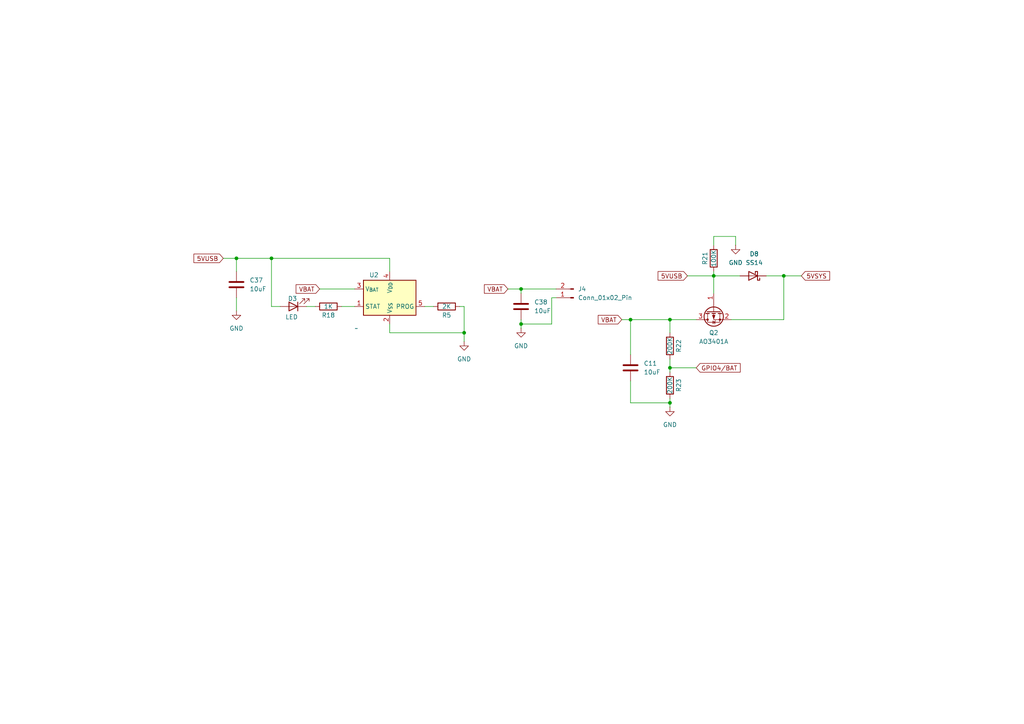
<source format=kicad_sch>
(kicad_sch
	(version 20250114)
	(generator "eeschema")
	(generator_version "9.0")
	(uuid "e30a857b-f5a0-426c-be96-34479d3628ba")
	(paper "A4")
	(lib_symbols
		(symbol "Battery_Management:MCP73831-2-OT"
			(exclude_from_sim no)
			(in_bom yes)
			(on_board yes)
			(property "Reference" "U"
				(at -7.62 6.35 0)
				(effects
					(font
						(size 1.27 1.27)
					)
					(justify left)
				)
			)
			(property "Value" "MCP73831-2-OT"
				(at 1.27 6.35 0)
				(effects
					(font
						(size 1.27 1.27)
					)
					(justify left)
				)
			)
			(property "Footprint" "Package_TO_SOT_SMD:SOT-23-5"
				(at 1.27 -6.35 0)
				(effects
					(font
						(size 1.27 1.27)
						(italic yes)
					)
					(justify left)
					(hide yes)
				)
			)
			(property "Datasheet" "http://ww1.microchip.com/downloads/en/DeviceDoc/20001984g.pdf"
				(at 0 -18.288 0)
				(effects
					(font
						(size 1.27 1.27)
					)
					(hide yes)
				)
			)
			(property "Description" "Single cell, Li-Ion/Li-Po charge management controller, 4.20V, Tri-State Status Output, in SOT23-5 package"
				(at 0 0 0)
				(effects
					(font
						(size 1.27 1.27)
					)
					(hide yes)
				)
			)
			(property "ki_keywords" "battery charger lithium"
				(at 0 0 0)
				(effects
					(font
						(size 1.27 1.27)
					)
					(hide yes)
				)
			)
			(property "ki_fp_filters" "SOT?23*"
				(at 0 0 0)
				(effects
					(font
						(size 1.27 1.27)
					)
					(hide yes)
				)
			)
			(symbol "MCP73831-2-OT_0_1"
				(rectangle
					(start -7.62 5.08)
					(end 7.62 -5.08)
					(stroke
						(width 0.254)
						(type default)
					)
					(fill
						(type background)
					)
				)
			)
			(symbol "MCP73831-2-OT_1_1"
				(pin input line
					(at -10.16 -2.54 0)
					(length 2.54)
					(name "PROG"
						(effects
							(font
								(size 1.27 1.27)
							)
						)
					)
					(number "5"
						(effects
							(font
								(size 1.27 1.27)
							)
						)
					)
				)
				(pin power_in line
					(at 0 7.62 270)
					(length 2.54)
					(name "V_{DD}"
						(effects
							(font
								(size 1.27 1.27)
							)
						)
					)
					(number "4"
						(effects
							(font
								(size 1.27 1.27)
							)
						)
					)
				)
				(pin power_in line
					(at 0 -7.62 90)
					(length 2.54)
					(name "V_{SS}"
						(effects
							(font
								(size 1.27 1.27)
							)
						)
					)
					(number "2"
						(effects
							(font
								(size 1.27 1.27)
							)
						)
					)
				)
				(pin power_out line
					(at 10.16 2.54 180)
					(length 2.54)
					(name "V_{BAT}"
						(effects
							(font
								(size 1.27 1.27)
							)
						)
					)
					(number "3"
						(effects
							(font
								(size 1.27 1.27)
							)
						)
					)
				)
				(pin tri_state line
					(at 10.16 -2.54 180)
					(length 2.54)
					(name "STAT"
						(effects
							(font
								(size 1.27 1.27)
							)
						)
					)
					(number "1"
						(effects
							(font
								(size 1.27 1.27)
							)
						)
					)
				)
			)
			(embedded_fonts no)
		)
		(symbol "Connector:Conn_01x02_Pin"
			(pin_names
				(offset 1.016)
				(hide yes)
			)
			(exclude_from_sim no)
			(in_bom yes)
			(on_board yes)
			(property "Reference" "J"
				(at 0 2.54 0)
				(effects
					(font
						(size 1.27 1.27)
					)
				)
			)
			(property "Value" "Conn_01x02_Pin"
				(at 0 -5.08 0)
				(effects
					(font
						(size 1.27 1.27)
					)
				)
			)
			(property "Footprint" ""
				(at 0 0 0)
				(effects
					(font
						(size 1.27 1.27)
					)
					(hide yes)
				)
			)
			(property "Datasheet" "~"
				(at 0 0 0)
				(effects
					(font
						(size 1.27 1.27)
					)
					(hide yes)
				)
			)
			(property "Description" "Generic connector, single row, 01x02, script generated"
				(at 0 0 0)
				(effects
					(font
						(size 1.27 1.27)
					)
					(hide yes)
				)
			)
			(property "ki_locked" ""
				(at 0 0 0)
				(effects
					(font
						(size 1.27 1.27)
					)
				)
			)
			(property "ki_keywords" "connector"
				(at 0 0 0)
				(effects
					(font
						(size 1.27 1.27)
					)
					(hide yes)
				)
			)
			(property "ki_fp_filters" "Connector*:*_1x??_*"
				(at 0 0 0)
				(effects
					(font
						(size 1.27 1.27)
					)
					(hide yes)
				)
			)
			(symbol "Conn_01x02_Pin_1_1"
				(rectangle
					(start 0.8636 0.127)
					(end 0 -0.127)
					(stroke
						(width 0.1524)
						(type default)
					)
					(fill
						(type outline)
					)
				)
				(rectangle
					(start 0.8636 -2.413)
					(end 0 -2.667)
					(stroke
						(width 0.1524)
						(type default)
					)
					(fill
						(type outline)
					)
				)
				(polyline
					(pts
						(xy 1.27 0) (xy 0.8636 0)
					)
					(stroke
						(width 0.1524)
						(type default)
					)
					(fill
						(type none)
					)
				)
				(polyline
					(pts
						(xy 1.27 -2.54) (xy 0.8636 -2.54)
					)
					(stroke
						(width 0.1524)
						(type default)
					)
					(fill
						(type none)
					)
				)
				(pin passive line
					(at 5.08 0 180)
					(length 3.81)
					(name "Pin_1"
						(effects
							(font
								(size 1.27 1.27)
							)
						)
					)
					(number "1"
						(effects
							(font
								(size 1.27 1.27)
							)
						)
					)
				)
				(pin passive line
					(at 5.08 -2.54 180)
					(length 3.81)
					(name "Pin_2"
						(effects
							(font
								(size 1.27 1.27)
							)
						)
					)
					(number "2"
						(effects
							(font
								(size 1.27 1.27)
							)
						)
					)
				)
			)
			(embedded_fonts no)
		)
		(symbol "Device:C"
			(pin_numbers
				(hide yes)
			)
			(pin_names
				(offset 0.254)
			)
			(exclude_from_sim no)
			(in_bom yes)
			(on_board yes)
			(property "Reference" "C"
				(at 0.635 2.54 0)
				(effects
					(font
						(size 1.27 1.27)
					)
					(justify left)
				)
			)
			(property "Value" "C"
				(at 0.635 -2.54 0)
				(effects
					(font
						(size 1.27 1.27)
					)
					(justify left)
				)
			)
			(property "Footprint" ""
				(at 0.9652 -3.81 0)
				(effects
					(font
						(size 1.27 1.27)
					)
					(hide yes)
				)
			)
			(property "Datasheet" "~"
				(at 0 0 0)
				(effects
					(font
						(size 1.27 1.27)
					)
					(hide yes)
				)
			)
			(property "Description" "Unpolarized capacitor"
				(at 0 0 0)
				(effects
					(font
						(size 1.27 1.27)
					)
					(hide yes)
				)
			)
			(property "ki_keywords" "cap capacitor"
				(at 0 0 0)
				(effects
					(font
						(size 1.27 1.27)
					)
					(hide yes)
				)
			)
			(property "ki_fp_filters" "C_*"
				(at 0 0 0)
				(effects
					(font
						(size 1.27 1.27)
					)
					(hide yes)
				)
			)
			(symbol "C_0_1"
				(polyline
					(pts
						(xy -2.032 0.762) (xy 2.032 0.762)
					)
					(stroke
						(width 0.508)
						(type default)
					)
					(fill
						(type none)
					)
				)
				(polyline
					(pts
						(xy -2.032 -0.762) (xy 2.032 -0.762)
					)
					(stroke
						(width 0.508)
						(type default)
					)
					(fill
						(type none)
					)
				)
			)
			(symbol "C_1_1"
				(pin passive line
					(at 0 3.81 270)
					(length 2.794)
					(name "~"
						(effects
							(font
								(size 1.27 1.27)
							)
						)
					)
					(number "1"
						(effects
							(font
								(size 1.27 1.27)
							)
						)
					)
				)
				(pin passive line
					(at 0 -3.81 90)
					(length 2.794)
					(name "~"
						(effects
							(font
								(size 1.27 1.27)
							)
						)
					)
					(number "2"
						(effects
							(font
								(size 1.27 1.27)
							)
						)
					)
				)
			)
			(embedded_fonts no)
		)
		(symbol "Device:LED"
			(pin_numbers
				(hide yes)
			)
			(pin_names
				(offset 1.016)
				(hide yes)
			)
			(exclude_from_sim no)
			(in_bom yes)
			(on_board yes)
			(property "Reference" "D"
				(at 0 2.54 0)
				(effects
					(font
						(size 1.27 1.27)
					)
				)
			)
			(property "Value" "LED"
				(at 0 -2.54 0)
				(effects
					(font
						(size 1.27 1.27)
					)
				)
			)
			(property "Footprint" ""
				(at 0 0 0)
				(effects
					(font
						(size 1.27 1.27)
					)
					(hide yes)
				)
			)
			(property "Datasheet" "~"
				(at 0 0 0)
				(effects
					(font
						(size 1.27 1.27)
					)
					(hide yes)
				)
			)
			(property "Description" "Light emitting diode"
				(at 0 0 0)
				(effects
					(font
						(size 1.27 1.27)
					)
					(hide yes)
				)
			)
			(property "ki_keywords" "LED diode"
				(at 0 0 0)
				(effects
					(font
						(size 1.27 1.27)
					)
					(hide yes)
				)
			)
			(property "ki_fp_filters" "LED* LED_SMD:* LED_THT:*"
				(at 0 0 0)
				(effects
					(font
						(size 1.27 1.27)
					)
					(hide yes)
				)
			)
			(symbol "LED_0_1"
				(polyline
					(pts
						(xy -3.048 -0.762) (xy -4.572 -2.286) (xy -3.81 -2.286) (xy -4.572 -2.286) (xy -4.572 -1.524)
					)
					(stroke
						(width 0)
						(type default)
					)
					(fill
						(type none)
					)
				)
				(polyline
					(pts
						(xy -1.778 -0.762) (xy -3.302 -2.286) (xy -2.54 -2.286) (xy -3.302 -2.286) (xy -3.302 -1.524)
					)
					(stroke
						(width 0)
						(type default)
					)
					(fill
						(type none)
					)
				)
				(polyline
					(pts
						(xy -1.27 0) (xy 1.27 0)
					)
					(stroke
						(width 0)
						(type default)
					)
					(fill
						(type none)
					)
				)
				(polyline
					(pts
						(xy -1.27 -1.27) (xy -1.27 1.27)
					)
					(stroke
						(width 0.254)
						(type default)
					)
					(fill
						(type none)
					)
				)
				(polyline
					(pts
						(xy 1.27 -1.27) (xy 1.27 1.27) (xy -1.27 0) (xy 1.27 -1.27)
					)
					(stroke
						(width 0.254)
						(type default)
					)
					(fill
						(type none)
					)
				)
			)
			(symbol "LED_1_1"
				(pin passive line
					(at -3.81 0 0)
					(length 2.54)
					(name "K"
						(effects
							(font
								(size 1.27 1.27)
							)
						)
					)
					(number "1"
						(effects
							(font
								(size 1.27 1.27)
							)
						)
					)
				)
				(pin passive line
					(at 3.81 0 180)
					(length 2.54)
					(name "A"
						(effects
							(font
								(size 1.27 1.27)
							)
						)
					)
					(number "2"
						(effects
							(font
								(size 1.27 1.27)
							)
						)
					)
				)
			)
			(embedded_fonts no)
		)
		(symbol "Device:R"
			(pin_numbers
				(hide yes)
			)
			(pin_names
				(offset 0)
			)
			(exclude_from_sim no)
			(in_bom yes)
			(on_board yes)
			(property "Reference" "R"
				(at 2.032 0 90)
				(effects
					(font
						(size 1.27 1.27)
					)
				)
			)
			(property "Value" "R"
				(at 0 0 90)
				(effects
					(font
						(size 1.27 1.27)
					)
				)
			)
			(property "Footprint" ""
				(at -1.778 0 90)
				(effects
					(font
						(size 1.27 1.27)
					)
					(hide yes)
				)
			)
			(property "Datasheet" "~"
				(at 0 0 0)
				(effects
					(font
						(size 1.27 1.27)
					)
					(hide yes)
				)
			)
			(property "Description" "Resistor"
				(at 0 0 0)
				(effects
					(font
						(size 1.27 1.27)
					)
					(hide yes)
				)
			)
			(property "ki_keywords" "R res resistor"
				(at 0 0 0)
				(effects
					(font
						(size 1.27 1.27)
					)
					(hide yes)
				)
			)
			(property "ki_fp_filters" "R_*"
				(at 0 0 0)
				(effects
					(font
						(size 1.27 1.27)
					)
					(hide yes)
				)
			)
			(symbol "R_0_1"
				(rectangle
					(start -1.016 -2.54)
					(end 1.016 2.54)
					(stroke
						(width 0.254)
						(type default)
					)
					(fill
						(type none)
					)
				)
			)
			(symbol "R_1_1"
				(pin passive line
					(at 0 3.81 270)
					(length 1.27)
					(name "~"
						(effects
							(font
								(size 1.27 1.27)
							)
						)
					)
					(number "1"
						(effects
							(font
								(size 1.27 1.27)
							)
						)
					)
				)
				(pin passive line
					(at 0 -3.81 90)
					(length 1.27)
					(name "~"
						(effects
							(font
								(size 1.27 1.27)
							)
						)
					)
					(number "2"
						(effects
							(font
								(size 1.27 1.27)
							)
						)
					)
				)
			)
			(embedded_fonts no)
		)
		(symbol "Diode:SS14"
			(pin_numbers
				(hide yes)
			)
			(pin_names
				(offset 1.016)
				(hide yes)
			)
			(exclude_from_sim no)
			(in_bom yes)
			(on_board yes)
			(property "Reference" "D"
				(at 0 2.54 0)
				(effects
					(font
						(size 1.27 1.27)
					)
				)
			)
			(property "Value" "SS14"
				(at 0 -2.54 0)
				(effects
					(font
						(size 1.27 1.27)
					)
				)
			)
			(property "Footprint" "Diode_SMD:D_SMA"
				(at 0 -4.445 0)
				(effects
					(font
						(size 1.27 1.27)
					)
					(hide yes)
				)
			)
			(property "Datasheet" "https://www.vishay.com/docs/88746/ss12.pdf"
				(at 0 0 0)
				(effects
					(font
						(size 1.27 1.27)
					)
					(hide yes)
				)
			)
			(property "Description" "40V 1A Schottky Diode, SMA"
				(at 0 0 0)
				(effects
					(font
						(size 1.27 1.27)
					)
					(hide yes)
				)
			)
			(property "ki_keywords" "diode Schottky"
				(at 0 0 0)
				(effects
					(font
						(size 1.27 1.27)
					)
					(hide yes)
				)
			)
			(property "ki_fp_filters" "D*SMA*"
				(at 0 0 0)
				(effects
					(font
						(size 1.27 1.27)
					)
					(hide yes)
				)
			)
			(symbol "SS14_0_1"
				(polyline
					(pts
						(xy -1.905 0.635) (xy -1.905 1.27) (xy -1.27 1.27) (xy -1.27 -1.27) (xy -0.635 -1.27) (xy -0.635 -0.635)
					)
					(stroke
						(width 0.254)
						(type default)
					)
					(fill
						(type none)
					)
				)
				(polyline
					(pts
						(xy 1.27 1.27) (xy 1.27 -1.27) (xy -1.27 0) (xy 1.27 1.27)
					)
					(stroke
						(width 0.254)
						(type default)
					)
					(fill
						(type none)
					)
				)
				(polyline
					(pts
						(xy 1.27 0) (xy -1.27 0)
					)
					(stroke
						(width 0)
						(type default)
					)
					(fill
						(type none)
					)
				)
			)
			(symbol "SS14_1_1"
				(pin passive line
					(at -3.81 0 0)
					(length 2.54)
					(name "K"
						(effects
							(font
								(size 1.27 1.27)
							)
						)
					)
					(number "1"
						(effects
							(font
								(size 1.27 1.27)
							)
						)
					)
				)
				(pin passive line
					(at 3.81 0 180)
					(length 2.54)
					(name "A"
						(effects
							(font
								(size 1.27 1.27)
							)
						)
					)
					(number "2"
						(effects
							(font
								(size 1.27 1.27)
							)
						)
					)
				)
			)
			(embedded_fonts no)
		)
		(symbol "GND_1"
			(power)
			(pin_numbers
				(hide yes)
			)
			(pin_names
				(offset 0)
				(hide yes)
			)
			(exclude_from_sim no)
			(in_bom yes)
			(on_board yes)
			(property "Reference" "#PWR"
				(at 0 -6.35 0)
				(effects
					(font
						(size 1.27 1.27)
					)
					(hide yes)
				)
			)
			(property "Value" "GND"
				(at 0 -3.81 0)
				(effects
					(font
						(size 1.27 1.27)
					)
				)
			)
			(property "Footprint" ""
				(at 0 0 0)
				(effects
					(font
						(size 1.27 1.27)
					)
					(hide yes)
				)
			)
			(property "Datasheet" ""
				(at 0 0 0)
				(effects
					(font
						(size 1.27 1.27)
					)
					(hide yes)
				)
			)
			(property "Description" "Power symbol creates a global label with name \"GND\" , ground"
				(at 0 0 0)
				(effects
					(font
						(size 1.27 1.27)
					)
					(hide yes)
				)
			)
			(property "ki_keywords" "global power"
				(at 0 0 0)
				(effects
					(font
						(size 1.27 1.27)
					)
					(hide yes)
				)
			)
			(symbol "GND_1_0_1"
				(polyline
					(pts
						(xy 0 0) (xy 0 -1.27) (xy 1.27 -1.27) (xy 0 -2.54) (xy -1.27 -1.27) (xy 0 -1.27)
					)
					(stroke
						(width 0)
						(type default)
					)
					(fill
						(type none)
					)
				)
			)
			(symbol "GND_1_1_1"
				(pin power_in line
					(at 0 0 270)
					(length 0)
					(name "~"
						(effects
							(font
								(size 1.27 1.27)
							)
						)
					)
					(number "1"
						(effects
							(font
								(size 1.27 1.27)
							)
						)
					)
				)
			)
			(embedded_fonts no)
		)
		(symbol "Transistor_FET:AO3401A"
			(pin_names
				(hide yes)
			)
			(exclude_from_sim no)
			(in_bom yes)
			(on_board yes)
			(property "Reference" "Q"
				(at 5.08 1.905 0)
				(effects
					(font
						(size 1.27 1.27)
					)
					(justify left)
				)
			)
			(property "Value" "AO3401A"
				(at 5.08 0 0)
				(effects
					(font
						(size 1.27 1.27)
					)
					(justify left)
				)
			)
			(property "Footprint" "Package_TO_SOT_SMD:SOT-23"
				(at 5.08 -1.905 0)
				(effects
					(font
						(size 1.27 1.27)
						(italic yes)
					)
					(justify left)
					(hide yes)
				)
			)
			(property "Datasheet" "http://www.aosmd.com/pdfs/datasheet/AO3401A.pdf"
				(at 5.08 -3.81 0)
				(effects
					(font
						(size 1.27 1.27)
					)
					(justify left)
					(hide yes)
				)
			)
			(property "Description" "-4.0A Id, -30V Vds, P-Channel MOSFET, SOT-23"
				(at 0 0 0)
				(effects
					(font
						(size 1.27 1.27)
					)
					(hide yes)
				)
			)
			(property "ki_keywords" "P-Channel MOSFET"
				(at 0 0 0)
				(effects
					(font
						(size 1.27 1.27)
					)
					(hide yes)
				)
			)
			(property "ki_fp_filters" "SOT?23*"
				(at 0 0 0)
				(effects
					(font
						(size 1.27 1.27)
					)
					(hide yes)
				)
			)
			(symbol "AO3401A_0_1"
				(polyline
					(pts
						(xy 0.254 1.905) (xy 0.254 -1.905)
					)
					(stroke
						(width 0.254)
						(type default)
					)
					(fill
						(type none)
					)
				)
				(polyline
					(pts
						(xy 0.254 0) (xy -2.54 0)
					)
					(stroke
						(width 0)
						(type default)
					)
					(fill
						(type none)
					)
				)
				(polyline
					(pts
						(xy 0.762 2.286) (xy 0.762 1.27)
					)
					(stroke
						(width 0.254)
						(type default)
					)
					(fill
						(type none)
					)
				)
				(polyline
					(pts
						(xy 0.762 1.778) (xy 3.302 1.778) (xy 3.302 -1.778) (xy 0.762 -1.778)
					)
					(stroke
						(width 0)
						(type default)
					)
					(fill
						(type none)
					)
				)
				(polyline
					(pts
						(xy 0.762 0.508) (xy 0.762 -0.508)
					)
					(stroke
						(width 0.254)
						(type default)
					)
					(fill
						(type none)
					)
				)
				(polyline
					(pts
						(xy 0.762 -1.27) (xy 0.762 -2.286)
					)
					(stroke
						(width 0.254)
						(type default)
					)
					(fill
						(type none)
					)
				)
				(circle
					(center 1.651 0)
					(radius 2.794)
					(stroke
						(width 0.254)
						(type default)
					)
					(fill
						(type none)
					)
				)
				(polyline
					(pts
						(xy 2.286 0) (xy 1.27 0.381) (xy 1.27 -0.381) (xy 2.286 0)
					)
					(stroke
						(width 0)
						(type default)
					)
					(fill
						(type outline)
					)
				)
				(polyline
					(pts
						(xy 2.54 2.54) (xy 2.54 1.778)
					)
					(stroke
						(width 0)
						(type default)
					)
					(fill
						(type none)
					)
				)
				(circle
					(center 2.54 1.778)
					(radius 0.254)
					(stroke
						(width 0)
						(type default)
					)
					(fill
						(type outline)
					)
				)
				(circle
					(center 2.54 -1.778)
					(radius 0.254)
					(stroke
						(width 0)
						(type default)
					)
					(fill
						(type outline)
					)
				)
				(polyline
					(pts
						(xy 2.54 -2.54) (xy 2.54 0) (xy 0.762 0)
					)
					(stroke
						(width 0)
						(type default)
					)
					(fill
						(type none)
					)
				)
				(polyline
					(pts
						(xy 2.794 -0.508) (xy 2.921 -0.381) (xy 3.683 -0.381) (xy 3.81 -0.254)
					)
					(stroke
						(width 0)
						(type default)
					)
					(fill
						(type none)
					)
				)
				(polyline
					(pts
						(xy 3.302 -0.381) (xy 2.921 0.254) (xy 3.683 0.254) (xy 3.302 -0.381)
					)
					(stroke
						(width 0)
						(type default)
					)
					(fill
						(type none)
					)
				)
			)
			(symbol "AO3401A_1_1"
				(pin input line
					(at -5.08 0 0)
					(length 2.54)
					(name "G"
						(effects
							(font
								(size 1.27 1.27)
							)
						)
					)
					(number "1"
						(effects
							(font
								(size 1.27 1.27)
							)
						)
					)
				)
				(pin passive line
					(at 2.54 5.08 270)
					(length 2.54)
					(name "D"
						(effects
							(font
								(size 1.27 1.27)
							)
						)
					)
					(number "3"
						(effects
							(font
								(size 1.27 1.27)
							)
						)
					)
				)
				(pin passive line
					(at 2.54 -5.08 90)
					(length 2.54)
					(name "S"
						(effects
							(font
								(size 1.27 1.27)
							)
						)
					)
					(number "2"
						(effects
							(font
								(size 1.27 1.27)
							)
						)
					)
				)
			)
			(embedded_fonts no)
		)
		(symbol "power:GND"
			(power)
			(pin_names
				(offset 0)
			)
			(exclude_from_sim no)
			(in_bom yes)
			(on_board yes)
			(property "Reference" "#PWR"
				(at 0 -6.35 0)
				(effects
					(font
						(size 1.27 1.27)
					)
					(hide yes)
				)
			)
			(property "Value" "GND"
				(at 0 -3.81 0)
				(effects
					(font
						(size 1.27 1.27)
					)
				)
			)
			(property "Footprint" ""
				(at 0 0 0)
				(effects
					(font
						(size 1.27 1.27)
					)
					(hide yes)
				)
			)
			(property "Datasheet" ""
				(at 0 0 0)
				(effects
					(font
						(size 1.27 1.27)
					)
					(hide yes)
				)
			)
			(property "Description" "Power symbol creates a global label with name \"GND\" , ground"
				(at 0 0 0)
				(effects
					(font
						(size 1.27 1.27)
					)
					(hide yes)
				)
			)
			(property "ki_keywords" "global power"
				(at 0 0 0)
				(effects
					(font
						(size 1.27 1.27)
					)
					(hide yes)
				)
			)
			(symbol "GND_0_1"
				(polyline
					(pts
						(xy 0 0) (xy 0 -1.27) (xy 1.27 -1.27) (xy 0 -2.54) (xy -1.27 -1.27) (xy 0 -1.27)
					)
					(stroke
						(width 0)
						(type default)
					)
					(fill
						(type none)
					)
				)
			)
			(symbol "GND_1_1"
				(pin power_in line
					(at 0 0 270)
					(length 0)
					(hide yes)
					(name "GND"
						(effects
							(font
								(size 1.27 1.27)
							)
						)
					)
					(number "1"
						(effects
							(font
								(size 1.27 1.27)
							)
						)
					)
				)
			)
			(embedded_fonts no)
		)
	)
	(junction
		(at 134.62 96.52)
		(diameter 0)
		(color 0 0 0 0)
		(uuid "1e4b7faf-8ed9-4072-8820-c975f6b99086")
	)
	(junction
		(at 151.13 93.98)
		(diameter 0)
		(color 0 0 0 0)
		(uuid "28904ef1-dafc-4191-baee-cb2cc741d5ec")
	)
	(junction
		(at 182.88 92.71)
		(diameter 0)
		(color 0 0 0 0)
		(uuid "2a9f92ef-1c22-4a06-9c64-36c5d85ce809")
	)
	(junction
		(at 194.31 92.71)
		(diameter 0)
		(color 0 0 0 0)
		(uuid "3adaf364-39f8-4630-997f-554f6fd338a8")
	)
	(junction
		(at 68.58 74.93)
		(diameter 0)
		(color 0 0 0 0)
		(uuid "4cbfe477-649b-4380-8e7b-7916f0ab9e41")
	)
	(junction
		(at 151.13 83.82)
		(diameter 0)
		(color 0 0 0 0)
		(uuid "9d9c7ce6-168a-4a5e-be6b-0eb2714a3aaf")
	)
	(junction
		(at 194.31 116.84)
		(diameter 0)
		(color 0 0 0 0)
		(uuid "a2029067-2b83-4672-a567-f846d2d82b69")
	)
	(junction
		(at 78.74 74.93)
		(diameter 0)
		(color 0 0 0 0)
		(uuid "a2c7c9ec-f24c-4cb9-a86a-b4b789047696")
	)
	(junction
		(at 207.01 80.01)
		(diameter 0)
		(color 0 0 0 0)
		(uuid "a7a3f79b-7c83-4ef6-b6a7-c591adad7d8d")
	)
	(junction
		(at 194.31 106.68)
		(diameter 0)
		(color 0 0 0 0)
		(uuid "c547ef7e-1931-4298-acb5-6768092393d6")
	)
	(junction
		(at 227.33 80.01)
		(diameter 0)
		(color 0 0 0 0)
		(uuid "c73a2b5d-a2c1-4989-8bfe-ba980109070f")
	)
	(wire
		(pts
			(xy 64.77 74.93) (xy 68.58 74.93)
		)
		(stroke
			(width 0)
			(type default)
		)
		(uuid "00fb1bb0-f62c-4877-8a3d-33691b028215")
	)
	(wire
		(pts
			(xy 81.28 88.9) (xy 78.74 88.9)
		)
		(stroke
			(width 0)
			(type default)
		)
		(uuid "063245b0-a7c3-4aa4-9a66-8f1e0bb64421")
	)
	(wire
		(pts
			(xy 182.88 92.71) (xy 182.88 102.87)
		)
		(stroke
			(width 0)
			(type default)
		)
		(uuid "0afd8be2-dbaf-49b2-9d18-ca3630a604b7")
	)
	(wire
		(pts
			(xy 134.62 88.9) (xy 134.62 96.52)
		)
		(stroke
			(width 0)
			(type default)
		)
		(uuid "149ba139-a6fc-4e42-8793-c792e1b6b217")
	)
	(wire
		(pts
			(xy 207.01 78.74) (xy 207.01 80.01)
		)
		(stroke
			(width 0)
			(type default)
		)
		(uuid "15538c67-29b3-4050-b53a-ce1cb1e2b155")
	)
	(wire
		(pts
			(xy 134.62 96.52) (xy 134.62 99.06)
		)
		(stroke
			(width 0)
			(type default)
		)
		(uuid "183556bf-3ef7-41b2-8a66-350069f9a45e")
	)
	(wire
		(pts
			(xy 161.29 86.36) (xy 160.02 86.36)
		)
		(stroke
			(width 0)
			(type default)
		)
		(uuid "22fb7cec-d495-4a59-b9dd-8396e6363f52")
	)
	(wire
		(pts
			(xy 227.33 80.01) (xy 232.41 80.01)
		)
		(stroke
			(width 0)
			(type default)
		)
		(uuid "23cd819b-24a8-4d39-872b-3f769a6ef2a1")
	)
	(wire
		(pts
			(xy 123.19 88.9) (xy 125.73 88.9)
		)
		(stroke
			(width 0)
			(type default)
		)
		(uuid "2546fb29-6094-4bab-acb3-76d750bae1cc")
	)
	(wire
		(pts
			(xy 182.88 92.71) (xy 194.31 92.71)
		)
		(stroke
			(width 0)
			(type default)
		)
		(uuid "2991da31-a889-4759-9b39-f9ce79daec99")
	)
	(wire
		(pts
			(xy 92.71 83.82) (xy 102.87 83.82)
		)
		(stroke
			(width 0)
			(type default)
		)
		(uuid "2b4494b5-270f-42e6-bdc9-ca68fa062bb8")
	)
	(wire
		(pts
			(xy 78.74 74.93) (xy 78.74 88.9)
		)
		(stroke
			(width 0)
			(type default)
		)
		(uuid "317a1c56-e990-4b8d-ae06-8799250733ec")
	)
	(wire
		(pts
			(xy 199.39 80.01) (xy 207.01 80.01)
		)
		(stroke
			(width 0)
			(type default)
		)
		(uuid "3234e6f1-2790-49d9-9a87-4b487ee89dc4")
	)
	(wire
		(pts
			(xy 151.13 92.71) (xy 151.13 93.98)
		)
		(stroke
			(width 0)
			(type default)
		)
		(uuid "34fdb89f-a108-49b1-baad-6498841c61d2")
	)
	(wire
		(pts
			(xy 194.31 115.57) (xy 194.31 116.84)
		)
		(stroke
			(width 0)
			(type default)
		)
		(uuid "3b3c0209-233f-41b3-a3a0-eeb43ba15807")
	)
	(wire
		(pts
			(xy 113.03 93.98) (xy 113.03 96.52)
		)
		(stroke
			(width 0)
			(type default)
		)
		(uuid "5121c3ea-1881-4324-bf50-52294b7f9082")
	)
	(wire
		(pts
			(xy 78.74 74.93) (xy 113.03 74.93)
		)
		(stroke
			(width 0)
			(type default)
		)
		(uuid "68dc649f-6303-4b29-8387-b5378995898d")
	)
	(wire
		(pts
			(xy 227.33 80.01) (xy 227.33 92.71)
		)
		(stroke
			(width 0)
			(type default)
		)
		(uuid "71f474e9-45b6-419f-ac30-bd1338162991")
	)
	(wire
		(pts
			(xy 194.31 92.71) (xy 194.31 96.52)
		)
		(stroke
			(width 0)
			(type default)
		)
		(uuid "7756dfb9-b138-4bcf-a84d-0b95ac1796d5")
	)
	(wire
		(pts
			(xy 68.58 86.36) (xy 68.58 90.17)
		)
		(stroke
			(width 0)
			(type default)
		)
		(uuid "7ae6175b-3f96-437b-af72-ac0db71744a5")
	)
	(wire
		(pts
			(xy 160.02 93.98) (xy 151.13 93.98)
		)
		(stroke
			(width 0)
			(type default)
		)
		(uuid "7f5018dc-150a-4544-a472-91895042e7a6")
	)
	(wire
		(pts
			(xy 147.32 83.82) (xy 151.13 83.82)
		)
		(stroke
			(width 0)
			(type default)
		)
		(uuid "85fdcbb9-f508-4953-9ab4-3cb3327537f1")
	)
	(wire
		(pts
			(xy 194.31 106.68) (xy 194.31 107.95)
		)
		(stroke
			(width 0)
			(type default)
		)
		(uuid "8a556701-f63b-4a66-8a93-f675fb17cab5")
	)
	(wire
		(pts
			(xy 68.58 74.93) (xy 78.74 74.93)
		)
		(stroke
			(width 0)
			(type default)
		)
		(uuid "8ade2556-cae6-4c1c-89fc-4b3c488ea7d5")
	)
	(wire
		(pts
			(xy 99.06 88.9) (xy 102.87 88.9)
		)
		(stroke
			(width 0)
			(type default)
		)
		(uuid "93378861-14de-46f8-bfe2-e7878dbc2a7d")
	)
	(wire
		(pts
			(xy 151.13 93.98) (xy 151.13 95.25)
		)
		(stroke
			(width 0)
			(type default)
		)
		(uuid "9966c4b6-e0c1-445f-a95b-13d119b9a48f")
	)
	(wire
		(pts
			(xy 213.36 68.58) (xy 213.36 71.12)
		)
		(stroke
			(width 0)
			(type default)
		)
		(uuid "9f4d0388-9d8e-4d78-af30-0d22bc4eeb51")
	)
	(wire
		(pts
			(xy 212.09 92.71) (xy 227.33 92.71)
		)
		(stroke
			(width 0)
			(type default)
		)
		(uuid "b385d63f-75b5-4403-b4f5-6649b8595442")
	)
	(wire
		(pts
			(xy 207.01 80.01) (xy 207.01 85.09)
		)
		(stroke
			(width 0)
			(type default)
		)
		(uuid "b419e460-6d79-49f0-a13c-e3610b0168ce")
	)
	(wire
		(pts
			(xy 207.01 80.01) (xy 214.63 80.01)
		)
		(stroke
			(width 0)
			(type default)
		)
		(uuid "b51ee972-6cdc-4f76-8cb2-cb5facf2cecc")
	)
	(wire
		(pts
			(xy 222.25 80.01) (xy 227.33 80.01)
		)
		(stroke
			(width 0)
			(type default)
		)
		(uuid "b65698d1-a650-4842-9896-29b0d6c95723")
	)
	(wire
		(pts
			(xy 134.62 96.52) (xy 113.03 96.52)
		)
		(stroke
			(width 0)
			(type default)
		)
		(uuid "bd827f55-66a8-4634-98c2-2e487c35e8ce")
	)
	(wire
		(pts
			(xy 88.9 88.9) (xy 91.44 88.9)
		)
		(stroke
			(width 0)
			(type default)
		)
		(uuid "c5fdd599-66cc-412a-8e6f-f8b154bd773a")
	)
	(wire
		(pts
			(xy 182.88 116.84) (xy 194.31 116.84)
		)
		(stroke
			(width 0)
			(type default)
		)
		(uuid "c6a51c30-6f9d-407c-8eff-c63d0ab55689")
	)
	(wire
		(pts
			(xy 182.88 110.49) (xy 182.88 116.84)
		)
		(stroke
			(width 0)
			(type default)
		)
		(uuid "c97822a9-e532-4b41-9bdc-0258f18385cb")
	)
	(wire
		(pts
			(xy 68.58 74.93) (xy 68.58 78.74)
		)
		(stroke
			(width 0)
			(type default)
		)
		(uuid "cc7bce16-b4b1-4e3c-86d7-5e17e9088935")
	)
	(wire
		(pts
			(xy 133.35 88.9) (xy 134.62 88.9)
		)
		(stroke
			(width 0)
			(type default)
		)
		(uuid "d575e38b-3fd2-459e-8fa6-ae47cb966b7a")
	)
	(wire
		(pts
			(xy 207.01 71.12) (xy 207.01 68.58)
		)
		(stroke
			(width 0)
			(type default)
		)
		(uuid "d7c074cf-5004-49d3-8012-e2c48a5525ae")
	)
	(wire
		(pts
			(xy 194.31 106.68) (xy 201.93 106.68)
		)
		(stroke
			(width 0)
			(type default)
		)
		(uuid "d9b0f9cb-16a6-48a3-be1c-9dcf5cd4143e")
	)
	(wire
		(pts
			(xy 113.03 74.93) (xy 113.03 78.74)
		)
		(stroke
			(width 0)
			(type default)
		)
		(uuid "e1ea963e-70f7-40dc-b844-2785f8d6a654")
	)
	(wire
		(pts
			(xy 194.31 116.84) (xy 194.31 118.11)
		)
		(stroke
			(width 0)
			(type default)
		)
		(uuid "e6cfdd18-fef4-4729-981b-4247ef2260b4")
	)
	(wire
		(pts
			(xy 151.13 83.82) (xy 161.29 83.82)
		)
		(stroke
			(width 0)
			(type default)
		)
		(uuid "e8493397-532d-4e4b-bf92-2167c858073e")
	)
	(wire
		(pts
			(xy 194.31 92.71) (xy 201.93 92.71)
		)
		(stroke
			(width 0)
			(type default)
		)
		(uuid "e85d296f-c1b7-4413-a89d-a145a6241338")
	)
	(wire
		(pts
			(xy 151.13 83.82) (xy 151.13 85.09)
		)
		(stroke
			(width 0)
			(type default)
		)
		(uuid "ef9cbf51-eba7-4c88-9b7c-e37d2eca62e9")
	)
	(wire
		(pts
			(xy 194.31 104.14) (xy 194.31 106.68)
		)
		(stroke
			(width 0)
			(type default)
		)
		(uuid "f4eaeda8-11a7-434d-a90d-55c05b6178de")
	)
	(wire
		(pts
			(xy 180.34 92.71) (xy 182.88 92.71)
		)
		(stroke
			(width 0)
			(type default)
		)
		(uuid "fb4afe21-7981-43d9-afe0-59a39d03589d")
	)
	(wire
		(pts
			(xy 207.01 68.58) (xy 213.36 68.58)
		)
		(stroke
			(width 0)
			(type default)
		)
		(uuid "fe9f514f-1a24-46a6-935c-35aac5d01273")
	)
	(wire
		(pts
			(xy 160.02 86.36) (xy 160.02 93.98)
		)
		(stroke
			(width 0)
			(type default)
		)
		(uuid "ff31acd5-0521-4430-a402-37cdd09c9c04")
	)
	(global_label "5VUSB"
		(shape input)
		(at 199.39 80.01 180)
		(fields_autoplaced yes)
		(effects
			(font
				(size 1.27 1.27)
			)
			(justify right)
		)
		(uuid "1252a5bc-618f-4dbe-81cf-98db0ab7661f")
		(property "Intersheetrefs" "${INTERSHEET_REFS}"
			(at 190.2967 80.01 0)
			(effects
				(font
					(size 1.27 1.27)
				)
				(justify right)
				(hide yes)
			)
		)
	)
	(global_label "VBAT"
		(shape input)
		(at 180.34 92.71 180)
		(fields_autoplaced yes)
		(effects
			(font
				(size 1.27 1.27)
			)
			(justify right)
		)
		(uuid "31b4eeb1-8c8c-452c-93a7-1fbea218667e")
		(property "Intersheetrefs" "${INTERSHEET_REFS}"
			(at 172.94 92.71 0)
			(effects
				(font
					(size 1.27 1.27)
				)
				(justify right)
				(hide yes)
			)
		)
	)
	(global_label "VBAT"
		(shape input)
		(at 147.32 83.82 180)
		(fields_autoplaced yes)
		(effects
			(font
				(size 1.27 1.27)
			)
			(justify right)
		)
		(uuid "3371ed7b-9bc6-4b7a-8cf2-96137e4e553f")
		(property "Intersheetrefs" "${INTERSHEET_REFS}"
			(at 139.92 83.82 0)
			(effects
				(font
					(size 1.27 1.27)
				)
				(justify right)
				(hide yes)
			)
		)
	)
	(global_label "5VSYS"
		(shape input)
		(at 232.41 80.01 0)
		(fields_autoplaced yes)
		(effects
			(font
				(size 1.27 1.27)
			)
			(justify left)
		)
		(uuid "4a52cb7c-afd6-4703-a921-36b5fa75f270")
		(property "Intersheetrefs" "${INTERSHEET_REFS}"
			(at 241.2009 80.01 0)
			(effects
				(font
					(size 1.27 1.27)
				)
				(justify left)
				(hide yes)
			)
		)
	)
	(global_label "VBAT"
		(shape input)
		(at 92.71 83.82 180)
		(fields_autoplaced yes)
		(effects
			(font
				(size 1.27 1.27)
			)
			(justify right)
		)
		(uuid "82a3ef7e-5f82-4e67-8c57-d6cd8e1cc033")
		(property "Intersheetrefs" "${INTERSHEET_REFS}"
			(at 85.31 83.82 0)
			(effects
				(font
					(size 1.27 1.27)
				)
				(justify right)
				(hide yes)
			)
		)
	)
	(global_label "GPIO4{slash}BAT"
		(shape input)
		(at 201.93 106.68 0)
		(fields_autoplaced yes)
		(effects
			(font
				(size 1.27 1.27)
			)
			(justify left)
		)
		(uuid "af847066-2207-4aa6-a0b2-111cd14aef36")
		(property "Intersheetrefs" "${INTERSHEET_REFS}"
			(at 215.2567 106.68 0)
			(effects
				(font
					(size 1.27 1.27)
				)
				(justify left)
				(hide yes)
			)
		)
	)
	(global_label "5VUSB"
		(shape input)
		(at 64.77 74.93 180)
		(fields_autoplaced yes)
		(effects
			(font
				(size 1.27 1.27)
			)
			(justify right)
		)
		(uuid "cd4ad7b4-840d-45f5-b76b-adc4001aa851")
		(property "Intersheetrefs" "${INTERSHEET_REFS}"
			(at 55.6767 74.93 0)
			(effects
				(font
					(size 1.27 1.27)
				)
				(justify right)
				(hide yes)
			)
		)
	)
	(symbol
		(lib_name "GND_1")
		(lib_id "power:GND")
		(at 134.62 99.06 0)
		(unit 1)
		(exclude_from_sim no)
		(in_bom yes)
		(on_board yes)
		(dnp no)
		(fields_autoplaced yes)
		(uuid "0539eb3e-0f99-4cce-ac3b-393af35a6d4f")
		(property "Reference" "#PWR02"
			(at 134.62 105.41 0)
			(effects
				(font
					(size 1.27 1.27)
				)
				(hide yes)
			)
		)
		(property "Value" "GND"
			(at 134.62 104.14 0)
			(effects
				(font
					(size 1.27 1.27)
				)
			)
		)
		(property "Footprint" ""
			(at 134.62 99.06 0)
			(effects
				(font
					(size 1.27 1.27)
				)
				(hide yes)
			)
		)
		(property "Datasheet" ""
			(at 134.62 99.06 0)
			(effects
				(font
					(size 1.27 1.27)
				)
				(hide yes)
			)
		)
		(property "Description" "Power symbol creates a global label with name \"GND\" , ground"
			(at 134.62 99.06 0)
			(effects
				(font
					(size 1.27 1.27)
				)
				(hide yes)
			)
		)
		(pin "1"
			(uuid "b0eaa671-0d68-4751-95ce-98c290b9459e")
		)
		(instances
			(project ""
				(path "/7ca11540-523a-494e-81ce-32dcfd04380d/c7a29b15-4544-4ec2-a02d-e2a90480b426"
					(reference "#PWR02")
					(unit 1)
				)
			)
		)
	)
	(symbol
		(lib_id "Device:R")
		(at 194.31 111.76 0)
		(unit 1)
		(exclude_from_sim no)
		(in_bom yes)
		(on_board yes)
		(dnp no)
		(uuid "1288757e-06c5-41dd-8ba0-eeda56f7ad67")
		(property "Reference" "R23"
			(at 196.85 111.76 90)
			(effects
				(font
					(size 1.27 1.27)
				)
			)
		)
		(property "Value" "200K"
			(at 194.31 111.76 90)
			(effects
				(font
					(size 1.27 1.27)
				)
			)
		)
		(property "Footprint" "Resistor_SMD:R_0402_1005Metric"
			(at 192.532 111.76 90)
			(effects
				(font
					(size 1.27 1.27)
				)
				(hide yes)
			)
		)
		(property "Datasheet" "~"
			(at 194.31 111.76 0)
			(effects
				(font
					(size 1.27 1.27)
				)
				(hide yes)
			)
		)
		(property "Description" ""
			(at 194.31 111.76 0)
			(effects
				(font
					(size 1.27 1.27)
				)
			)
		)
		(property "MNF PART NUMBER" "C25764"
			(at 194.31 111.76 0)
			(effects
				(font
					(size 1.27 1.27)
				)
				(hide yes)
			)
		)
		(property "Sim.Device" ""
			(at 194.31 111.76 0)
			(effects
				(font
					(size 1.27 1.27)
				)
			)
		)
		(property "Sim.Pins" ""
			(at 194.31 111.76 0)
			(effects
				(font
					(size 1.27 1.27)
				)
			)
		)
		(property "PARTNO" ""
			(at 194.31 111.76 0)
			(effects
				(font
					(size 1.27 1.27)
				)
			)
		)
		(property "LCSC" "C25764"
			(at 194.31 111.76 0)
			(effects
				(font
					(size 1.27 1.27)
				)
				(hide yes)
			)
		)
		(property "MPN" "0402WGF2003TCE"
			(at 194.31 111.76 90)
			(effects
				(font
					(size 1.27 1.27)
				)
				(hide yes)
			)
		)
		(pin "1"
			(uuid "272e9c16-2705-4cd4-bb98-f8f163622aa3")
		)
		(pin "2"
			(uuid "defe7dfa-3b21-4011-8287-4c7998ec92ab")
		)
		(instances
			(project "ESP32-S3_Bare_Chip"
				(path "/7ca11540-523a-494e-81ce-32dcfd04380d/c7a29b15-4544-4ec2-a02d-e2a90480b426"
					(reference "R23")
					(unit 1)
				)
			)
		)
	)
	(symbol
		(lib_name "GND_1")
		(lib_id "power:GND")
		(at 213.36 71.12 0)
		(unit 1)
		(exclude_from_sim no)
		(in_bom yes)
		(on_board yes)
		(dnp no)
		(fields_autoplaced yes)
		(uuid "168ed26c-3dfe-4eb3-a8a4-0f4e0e6d1ef3")
		(property "Reference" "#PWR04"
			(at 213.36 77.47 0)
			(effects
				(font
					(size 1.27 1.27)
				)
				(hide yes)
			)
		)
		(property "Value" "GND"
			(at 213.36 76.2 0)
			(effects
				(font
					(size 1.27 1.27)
				)
			)
		)
		(property "Footprint" ""
			(at 213.36 71.12 0)
			(effects
				(font
					(size 1.27 1.27)
				)
				(hide yes)
			)
		)
		(property "Datasheet" ""
			(at 213.36 71.12 0)
			(effects
				(font
					(size 1.27 1.27)
				)
				(hide yes)
			)
		)
		(property "Description" "Power symbol creates a global label with name \"GND\" , ground"
			(at 213.36 71.12 0)
			(effects
				(font
					(size 1.27 1.27)
				)
				(hide yes)
			)
		)
		(pin "1"
			(uuid "a27cf853-d366-4945-8c47-4435467b465f")
		)
		(instances
			(project "ESP32-S3_Bare_Chip"
				(path "/7ca11540-523a-494e-81ce-32dcfd04380d/c7a29b15-4544-4ec2-a02d-e2a90480b426"
					(reference "#PWR04")
					(unit 1)
				)
			)
		)
	)
	(symbol
		(lib_id "Battery_Management:MCP73831-2-OT")
		(at 113.03 86.36 0)
		(mirror y)
		(unit 1)
		(exclude_from_sim no)
		(in_bom yes)
		(on_board yes)
		(dnp no)
		(uuid "19269447-83bd-46ac-aaba-56ba59b71101")
		(property "Reference" "U2"
			(at 108.458 79.756 0)
			(effects
				(font
					(size 1.27 1.27)
				)
			)
		)
		(property "Value" "~"
			(at 103.378 95.25 0)
			(effects
				(font
					(size 1.27 1.27)
				)
			)
		)
		(property "Footprint" "Package_TO_SOT_SMD:SOT-23-5"
			(at 111.76 92.71 0)
			(effects
				(font
					(size 1.27 1.27)
					(italic yes)
				)
				(justify left)
				(hide yes)
			)
		)
		(property "Datasheet" "http://ww1.microchip.com/downloads/en/DeviceDoc/20001984g.pdf"
			(at 113.03 104.648 0)
			(effects
				(font
					(size 1.27 1.27)
				)
				(hide yes)
			)
		)
		(property "Description" "Single cell, Li-Ion/Li-Po charge management controller, 4.20V, Tri-State Status Output, in SOT23-5 package"
			(at 113.03 86.36 0)
			(effects
				(font
					(size 1.27 1.27)
				)
				(hide yes)
			)
		)
		(property "MPN" "LTH7R/J"
			(at 113.03 86.36 0)
			(effects
				(font
					(size 1.27 1.27)
				)
				(hide yes)
			)
		)
		(pin "5"
			(uuid "f9c93ad0-5a7c-4b49-9a3e-60de1024a10a")
		)
		(pin "2"
			(uuid "3cbaba70-cbca-48e4-8112-98ae06281119")
		)
		(pin "4"
			(uuid "15109aff-29a4-4755-86b4-71e315118353")
		)
		(pin "3"
			(uuid "5e295050-7d9b-4dbe-a975-c1ad4dd366c1")
		)
		(pin "1"
			(uuid "c2a3e6ac-f36e-4ff7-a0ea-83161abf3938")
		)
		(instances
			(project ""
				(path "/7ca11540-523a-494e-81ce-32dcfd04380d/c7a29b15-4544-4ec2-a02d-e2a90480b426"
					(reference "U2")
					(unit 1)
				)
			)
		)
	)
	(symbol
		(lib_name "GND_1")
		(lib_id "power:GND")
		(at 151.13 95.25 0)
		(unit 1)
		(exclude_from_sim no)
		(in_bom yes)
		(on_board yes)
		(dnp no)
		(fields_autoplaced yes)
		(uuid "1b504e52-322c-4884-9f22-f5cd4a2363e4")
		(property "Reference" "#PWR03"
			(at 151.13 101.6 0)
			(effects
				(font
					(size 1.27 1.27)
				)
				(hide yes)
			)
		)
		(property "Value" "GND"
			(at 151.13 100.33 0)
			(effects
				(font
					(size 1.27 1.27)
				)
			)
		)
		(property "Footprint" ""
			(at 151.13 95.25 0)
			(effects
				(font
					(size 1.27 1.27)
				)
				(hide yes)
			)
		)
		(property "Datasheet" ""
			(at 151.13 95.25 0)
			(effects
				(font
					(size 1.27 1.27)
				)
				(hide yes)
			)
		)
		(property "Description" "Power symbol creates a global label with name \"GND\" , ground"
			(at 151.13 95.25 0)
			(effects
				(font
					(size 1.27 1.27)
				)
				(hide yes)
			)
		)
		(pin "1"
			(uuid "c212adf7-8709-4293-bb56-1ea2bc8da616")
		)
		(instances
			(project "ESP32-S3_Bare_Chip"
				(path "/7ca11540-523a-494e-81ce-32dcfd04380d/c7a29b15-4544-4ec2-a02d-e2a90480b426"
					(reference "#PWR03")
					(unit 1)
				)
			)
		)
	)
	(symbol
		(lib_id "Connector:Conn_01x02_Pin")
		(at 166.37 86.36 180)
		(unit 1)
		(exclude_from_sim no)
		(in_bom yes)
		(on_board yes)
		(dnp no)
		(fields_autoplaced yes)
		(uuid "3eabd9de-d5c1-4312-955f-4ae7cc734b81")
		(property "Reference" "J4"
			(at 167.64 83.8199 0)
			(effects
				(font
					(size 1.27 1.27)
				)
				(justify right)
			)
		)
		(property "Value" "Conn_01x02_Pin"
			(at 167.64 86.3599 0)
			(effects
				(font
					(size 1.27 1.27)
				)
				(justify right)
			)
		)
		(property "Footprint" "Connector_PinSocket_2.54mm:PinSocket_1x02_P2.54mm_Vertical"
			(at 166.37 86.36 0)
			(effects
				(font
					(size 1.27 1.27)
				)
				(hide yes)
			)
		)
		(property "Datasheet" "~"
			(at 166.37 86.36 0)
			(effects
				(font
					(size 1.27 1.27)
				)
				(hide yes)
			)
		)
		(property "Description" "Generic connector, single row, 01x02, script generated"
			(at 166.37 86.36 0)
			(effects
				(font
					(size 1.27 1.27)
				)
				(hide yes)
			)
		)
		(property "PARTNO" ""
			(at 166.37 86.36 0)
			(effects
				(font
					(size 1.27 1.27)
				)
			)
		)
		(pin "2"
			(uuid "44503c4e-aef7-4c59-ab45-33ced1cdf13d")
		)
		(pin "1"
			(uuid "17ae6937-f396-489c-bc43-a0f787dc2f4d")
		)
		(instances
			(project "ESP32-S3_Bare_Chip"
				(path "/7ca11540-523a-494e-81ce-32dcfd04380d/c7a29b15-4544-4ec2-a02d-e2a90480b426"
					(reference "J4")
					(unit 1)
				)
			)
		)
	)
	(symbol
		(lib_id "Device:R")
		(at 95.25 88.9 270)
		(unit 1)
		(exclude_from_sim no)
		(in_bom yes)
		(on_board yes)
		(dnp no)
		(uuid "6999365d-c0be-4121-83be-e8836fa75fdd")
		(property "Reference" "R18"
			(at 95.25 91.44 90)
			(effects
				(font
					(size 1.27 1.27)
				)
			)
		)
		(property "Value" "1K"
			(at 95.25 88.9 90)
			(effects
				(font
					(size 1.27 1.27)
				)
			)
		)
		(property "Footprint" "Resistor_SMD:R_0402_1005Metric"
			(at 95.25 87.122 90)
			(effects
				(font
					(size 1.27 1.27)
				)
				(hide yes)
			)
		)
		(property "Datasheet" "~"
			(at 95.25 88.9 0)
			(effects
				(font
					(size 1.27 1.27)
				)
				(hide yes)
			)
		)
		(property "Description" ""
			(at 95.25 88.9 0)
			(effects
				(font
					(size 1.27 1.27)
				)
			)
		)
		(property "MNF PART NUMBER" "C11702"
			(at 95.25 88.9 0)
			(effects
				(font
					(size 1.27 1.27)
				)
				(hide yes)
			)
		)
		(property "Sim.Device" ""
			(at 95.25 88.9 0)
			(effects
				(font
					(size 1.27 1.27)
				)
			)
		)
		(property "Sim.Pins" ""
			(at 95.25 88.9 0)
			(effects
				(font
					(size 1.27 1.27)
				)
			)
		)
		(property "PARTNO" ""
			(at 95.25 88.9 0)
			(effects
				(font
					(size 1.27 1.27)
				)
			)
		)
		(property "LCSC" "C11702"
			(at 95.25 88.9 0)
			(effects
				(font
					(size 1.27 1.27)
				)
				(hide yes)
			)
		)
		(property "MPN" "0402WGF1001TCE"
			(at 95.25 88.9 90)
			(effects
				(font
					(size 1.27 1.27)
				)
				(hide yes)
			)
		)
		(pin "1"
			(uuid "7b4056e0-74ee-4717-8533-91f08a3be2c0")
		)
		(pin "2"
			(uuid "16059002-7e8f-4845-be0e-d07d445f9add")
		)
		(instances
			(project "ESP32-S3_Bare_Chip"
				(path "/7ca11540-523a-494e-81ce-32dcfd04380d/c7a29b15-4544-4ec2-a02d-e2a90480b426"
					(reference "R18")
					(unit 1)
				)
			)
		)
	)
	(symbol
		(lib_id "Device:C")
		(at 68.58 82.55 0)
		(unit 1)
		(exclude_from_sim no)
		(in_bom yes)
		(on_board yes)
		(dnp no)
		(fields_autoplaced yes)
		(uuid "773ba36b-1fb9-4e13-a4bf-be8e992db510")
		(property "Reference" "C37"
			(at 72.39 81.28 0)
			(effects
				(font
					(size 1.27 1.27)
				)
				(justify left)
			)
		)
		(property "Value" "10uF"
			(at 72.39 83.82 0)
			(effects
				(font
					(size 1.27 1.27)
				)
				(justify left)
			)
		)
		(property "Footprint" "Capacitor_SMD:C_0402_1005Metric"
			(at 69.5452 86.36 0)
			(effects
				(font
					(size 1.27 1.27)
				)
				(hide yes)
			)
		)
		(property "Datasheet" "~"
			(at 68.58 82.55 0)
			(effects
				(font
					(size 1.27 1.27)
				)
				(hide yes)
			)
		)
		(property "Description" ""
			(at 68.58 82.55 0)
			(effects
				(font
					(size 1.27 1.27)
				)
			)
		)
		(property "MNF PART NUMBER" "C15525"
			(at 68.58 82.55 0)
			(effects
				(font
					(size 1.27 1.27)
				)
				(hide yes)
			)
		)
		(property "Sim.Device" ""
			(at 68.58 82.55 0)
			(effects
				(font
					(size 1.27 1.27)
				)
			)
		)
		(property "Sim.Pins" ""
			(at 68.58 82.55 0)
			(effects
				(font
					(size 1.27 1.27)
				)
			)
		)
		(property "PARTNO" ""
			(at 68.58 82.55 0)
			(effects
				(font
					(size 1.27 1.27)
				)
			)
		)
		(property "LCSC" "C15525"
			(at 68.58 82.55 0)
			(effects
				(font
					(size 1.27 1.27)
				)
				(hide yes)
			)
		)
		(property "MPN" "CL05A106MQ5NUNC"
			(at 68.58 82.55 0)
			(effects
				(font
					(size 1.27 1.27)
				)
				(hide yes)
			)
		)
		(pin "1"
			(uuid "76fbf1bf-2257-4884-bce4-e32aec4bfaff")
		)
		(pin "2"
			(uuid "a0efa211-7de8-4c4f-973f-453d66e26d13")
		)
		(instances
			(project "ESP32-S3_Bare_Chip"
				(path "/7ca11540-523a-494e-81ce-32dcfd04380d/c7a29b15-4544-4ec2-a02d-e2a90480b426"
					(reference "C37")
					(unit 1)
				)
			)
		)
	)
	(symbol
		(lib_id "Diode:SS14")
		(at 218.44 80.01 180)
		(unit 1)
		(exclude_from_sim no)
		(in_bom yes)
		(on_board yes)
		(dnp no)
		(fields_autoplaced yes)
		(uuid "810d21c3-bb14-4462-b076-19bc430574cb")
		(property "Reference" "D8"
			(at 218.7575 73.66 0)
			(effects
				(font
					(size 1.27 1.27)
				)
			)
		)
		(property "Value" "SS14"
			(at 218.7575 76.2 0)
			(effects
				(font
					(size 1.27 1.27)
				)
			)
		)
		(property "Footprint" "Diode_SMD:D_SMA"
			(at 218.44 75.565 0)
			(effects
				(font
					(size 1.27 1.27)
				)
				(hide yes)
			)
		)
		(property "Datasheet" "https://www.vishay.com/docs/88746/ss12.pdf"
			(at 218.44 80.01 0)
			(effects
				(font
					(size 1.27 1.27)
				)
				(hide yes)
			)
		)
		(property "Description" "40V 1A Schottky Diode, SMA"
			(at 218.44 80.01 0)
			(effects
				(font
					(size 1.27 1.27)
				)
				(hide yes)
			)
		)
		(property "MNF PART NUMBER" "C2480"
			(at 218.44 80.01 0)
			(effects
				(font
					(size 1.27 1.27)
				)
				(hide yes)
			)
		)
		(property "Sim.Device" ""
			(at 218.44 80.01 0)
			(effects
				(font
					(size 1.27 1.27)
				)
			)
		)
		(property "Sim.Pins" ""
			(at 218.44 80.01 0)
			(effects
				(font
					(size 1.27 1.27)
				)
			)
		)
		(property "PARTNO" ""
			(at 218.44 80.01 0)
			(effects
				(font
					(size 1.27 1.27)
				)
			)
		)
		(property "LCSC" "C2480"
			(at 218.44 80.01 0)
			(effects
				(font
					(size 1.27 1.27)
				)
				(hide yes)
			)
		)
		(property "MPN" "SS14"
			(at 218.44 80.01 0)
			(effects
				(font
					(size 1.27 1.27)
				)
				(hide yes)
			)
		)
		(pin "2"
			(uuid "7fd09b23-4552-4ff0-b356-9d9e344c7d66")
		)
		(pin "1"
			(uuid "72f37f2f-97ec-4381-bdbb-c04956242769")
		)
		(instances
			(project "ESP32-S3_Bare_Chip"
				(path "/7ca11540-523a-494e-81ce-32dcfd04380d/c7a29b15-4544-4ec2-a02d-e2a90480b426"
					(reference "D8")
					(unit 1)
				)
			)
		)
	)
	(symbol
		(lib_id "Device:R")
		(at 129.54 88.9 270)
		(unit 1)
		(exclude_from_sim no)
		(in_bom yes)
		(on_board yes)
		(dnp no)
		(uuid "9679bca2-6a44-4805-80dc-f88dae2f7848")
		(property "Reference" "R5"
			(at 129.54 91.44 90)
			(effects
				(font
					(size 1.27 1.27)
				)
			)
		)
		(property "Value" "2K"
			(at 129.54 88.9 90)
			(effects
				(font
					(size 1.27 1.27)
				)
			)
		)
		(property "Footprint" "Resistor_SMD:R_0402_1005Metric"
			(at 129.54 87.122 90)
			(effects
				(font
					(size 1.27 1.27)
				)
				(hide yes)
			)
		)
		(property "Datasheet" "~"
			(at 129.54 88.9 0)
			(effects
				(font
					(size 1.27 1.27)
				)
				(hide yes)
			)
		)
		(property "Description" ""
			(at 129.54 88.9 0)
			(effects
				(font
					(size 1.27 1.27)
				)
			)
		)
		(property "MNF PART NUMBER" "C4109"
			(at 129.54 88.9 0)
			(effects
				(font
					(size 1.27 1.27)
				)
				(hide yes)
			)
		)
		(property "Sim.Device" ""
			(at 129.54 88.9 0)
			(effects
				(font
					(size 1.27 1.27)
				)
			)
		)
		(property "Sim.Pins" ""
			(at 129.54 88.9 0)
			(effects
				(font
					(size 1.27 1.27)
				)
			)
		)
		(property "PARTNO" ""
			(at 129.54 88.9 0)
			(effects
				(font
					(size 1.27 1.27)
				)
			)
		)
		(property "LCSC" "C4109"
			(at 129.54 88.9 0)
			(effects
				(font
					(size 1.27 1.27)
				)
				(hide yes)
			)
		)
		(property "MPN" "0402WGF2001TCE"
			(at 129.54 88.9 90)
			(effects
				(font
					(size 1.27 1.27)
				)
				(hide yes)
			)
		)
		(pin "1"
			(uuid "7a6e05a3-f8ee-441f-adc0-eb1b72dbe047")
		)
		(pin "2"
			(uuid "d379aeea-8b74-4ac2-8dea-d44a82723daf")
		)
		(instances
			(project "ESP32-S3_Bare_Chip"
				(path "/7ca11540-523a-494e-81ce-32dcfd04380d/c7a29b15-4544-4ec2-a02d-e2a90480b426"
					(reference "R5")
					(unit 1)
				)
			)
		)
	)
	(symbol
		(lib_id "Transistor_FET:AO3401A")
		(at 207.01 90.17 90)
		(mirror x)
		(unit 1)
		(exclude_from_sim no)
		(in_bom yes)
		(on_board yes)
		(dnp no)
		(uuid "b34ccdc7-80e6-4512-bfbf-c212851b3afc")
		(property "Reference" "Q2"
			(at 207.01 96.52 90)
			(effects
				(font
					(size 1.27 1.27)
				)
			)
		)
		(property "Value" "AO3401A"
			(at 207.01 99.06 90)
			(effects
				(font
					(size 1.27 1.27)
				)
			)
		)
		(property "Footprint" "Package_TO_SOT_SMD:SOT-23"
			(at 208.915 95.25 0)
			(effects
				(font
					(size 1.27 1.27)
					(italic yes)
				)
				(justify left)
				(hide yes)
			)
		)
		(property "Datasheet" "http://www.aosmd.com/pdfs/datasheet/AO3401A.pdf"
			(at 210.82 95.25 0)
			(effects
				(font
					(size 1.27 1.27)
				)
				(justify left)
				(hide yes)
			)
		)
		(property "Description" "-4.0A Id, -30V Vds, P-Channel MOSFET, SOT-23"
			(at 207.01 90.17 0)
			(effects
				(font
					(size 1.27 1.27)
				)
				(hide yes)
			)
		)
		(property "MNF PART NUMBER" "C15127"
			(at 207.01 90.17 0)
			(effects
				(font
					(size 1.27 1.27)
				)
				(hide yes)
			)
		)
		(property "Sim.Device" ""
			(at 207.01 90.17 0)
			(effects
				(font
					(size 1.27 1.27)
				)
			)
		)
		(property "Sim.Pins" ""
			(at 207.01 90.17 0)
			(effects
				(font
					(size 1.27 1.27)
				)
			)
		)
		(property "PARTNO" ""
			(at 207.01 90.17 0)
			(effects
				(font
					(size 1.27 1.27)
				)
			)
		)
		(property "LCSC" "C15127"
			(at 207.01 90.17 0)
			(effects
				(font
					(size 1.27 1.27)
				)
				(hide yes)
			)
		)
		(property "MPN" "AO3401A"
			(at 207.01 90.17 90)
			(effects
				(font
					(size 1.27 1.27)
				)
				(hide yes)
			)
		)
		(pin "1"
			(uuid "dbb87594-326b-4528-adeb-588269f3aacd")
		)
		(pin "3"
			(uuid "2bfac4df-1c0c-4c11-b0df-494aba1ff0ac")
		)
		(pin "2"
			(uuid "1f93f173-7fd5-48aa-bd2a-25cafa44c346")
		)
		(instances
			(project "ESP32-S3_Bare_Chip"
				(path "/7ca11540-523a-494e-81ce-32dcfd04380d/c7a29b15-4544-4ec2-a02d-e2a90480b426"
					(reference "Q2")
					(unit 1)
				)
			)
		)
	)
	(symbol
		(lib_id "Device:R")
		(at 194.31 100.33 0)
		(unit 1)
		(exclude_from_sim no)
		(in_bom yes)
		(on_board yes)
		(dnp no)
		(uuid "bbbffb98-32f6-4862-ad70-45f106b21f4b")
		(property "Reference" "R22"
			(at 196.85 100.33 90)
			(effects
				(font
					(size 1.27 1.27)
				)
			)
		)
		(property "Value" "200K"
			(at 194.31 100.33 90)
			(effects
				(font
					(size 1.27 1.27)
				)
			)
		)
		(property "Footprint" "Resistor_SMD:R_0402_1005Metric"
			(at 192.532 100.33 90)
			(effects
				(font
					(size 1.27 1.27)
				)
				(hide yes)
			)
		)
		(property "Datasheet" "~"
			(at 194.31 100.33 0)
			(effects
				(font
					(size 1.27 1.27)
				)
				(hide yes)
			)
		)
		(property "Description" ""
			(at 194.31 100.33 0)
			(effects
				(font
					(size 1.27 1.27)
				)
			)
		)
		(property "MNF PART NUMBER" "C25764"
			(at 194.31 100.33 0)
			(effects
				(font
					(size 1.27 1.27)
				)
				(hide yes)
			)
		)
		(property "Sim.Device" ""
			(at 194.31 100.33 0)
			(effects
				(font
					(size 1.27 1.27)
				)
			)
		)
		(property "Sim.Pins" ""
			(at 194.31 100.33 0)
			(effects
				(font
					(size 1.27 1.27)
				)
			)
		)
		(property "PARTNO" ""
			(at 194.31 100.33 0)
			(effects
				(font
					(size 1.27 1.27)
				)
			)
		)
		(property "LCSC" "C25764"
			(at 194.31 100.33 0)
			(effects
				(font
					(size 1.27 1.27)
				)
				(hide yes)
			)
		)
		(property "MPN" "0402WGF2003TCE"
			(at 194.31 100.33 90)
			(effects
				(font
					(size 1.27 1.27)
				)
				(hide yes)
			)
		)
		(pin "1"
			(uuid "3d894ea8-f563-4e7f-8100-64769b282302")
		)
		(pin "2"
			(uuid "a7d3215f-330e-48f4-bd05-23d9f486e88e")
		)
		(instances
			(project "ESP32-S3_Bare_Chip"
				(path "/7ca11540-523a-494e-81ce-32dcfd04380d/c7a29b15-4544-4ec2-a02d-e2a90480b426"
					(reference "R22")
					(unit 1)
				)
			)
		)
	)
	(symbol
		(lib_id "Device:C")
		(at 151.13 88.9 0)
		(unit 1)
		(exclude_from_sim no)
		(in_bom yes)
		(on_board yes)
		(dnp no)
		(fields_autoplaced yes)
		(uuid "c046c876-a601-4063-86f7-3cf53a64ae00")
		(property "Reference" "C38"
			(at 154.94 87.63 0)
			(effects
				(font
					(size 1.27 1.27)
				)
				(justify left)
			)
		)
		(property "Value" "10uF"
			(at 154.94 90.17 0)
			(effects
				(font
					(size 1.27 1.27)
				)
				(justify left)
			)
		)
		(property "Footprint" "Capacitor_SMD:C_0402_1005Metric"
			(at 152.0952 92.71 0)
			(effects
				(font
					(size 1.27 1.27)
				)
				(hide yes)
			)
		)
		(property "Datasheet" "~"
			(at 151.13 88.9 0)
			(effects
				(font
					(size 1.27 1.27)
				)
				(hide yes)
			)
		)
		(property "Description" ""
			(at 151.13 88.9 0)
			(effects
				(font
					(size 1.27 1.27)
				)
			)
		)
		(property "MNF PART NUMBER" "C15525"
			(at 151.13 88.9 0)
			(effects
				(font
					(size 1.27 1.27)
				)
				(hide yes)
			)
		)
		(property "Sim.Device" ""
			(at 151.13 88.9 0)
			(effects
				(font
					(size 1.27 1.27)
				)
			)
		)
		(property "Sim.Pins" ""
			(at 151.13 88.9 0)
			(effects
				(font
					(size 1.27 1.27)
				)
			)
		)
		(property "PARTNO" ""
			(at 151.13 88.9 0)
			(effects
				(font
					(size 1.27 1.27)
				)
			)
		)
		(property "LCSC" "C15525"
			(at 151.13 88.9 0)
			(effects
				(font
					(size 1.27 1.27)
				)
				(hide yes)
			)
		)
		(property "MPN" "CL05A106MQ5NUNC"
			(at 151.13 88.9 0)
			(effects
				(font
					(size 1.27 1.27)
				)
				(hide yes)
			)
		)
		(pin "1"
			(uuid "bddfde41-11fa-4982-9d43-6a89c87dee46")
		)
		(pin "2"
			(uuid "8fe2fe48-c906-40e3-b055-052b813facd0")
		)
		(instances
			(project "ESP32-S3_Bare_Chip"
				(path "/7ca11540-523a-494e-81ce-32dcfd04380d/c7a29b15-4544-4ec2-a02d-e2a90480b426"
					(reference "C38")
					(unit 1)
				)
			)
		)
	)
	(symbol
		(lib_id "Device:LED")
		(at 85.09 88.9 180)
		(unit 1)
		(exclude_from_sim no)
		(in_bom yes)
		(on_board yes)
		(dnp no)
		(uuid "d258719b-fcf6-46dd-afdc-6adfa1d32af1")
		(property "Reference" "D3"
			(at 84.836 86.614 0)
			(effects
				(font
					(size 1.27 1.27)
				)
			)
		)
		(property "Value" "LED"
			(at 84.582 91.948 0)
			(effects
				(font
					(size 1.27 1.27)
				)
			)
		)
		(property "Footprint" "LED_SMD:LED_0603_1608Metric"
			(at 85.09 88.9 0)
			(effects
				(font
					(size 1.27 1.27)
				)
				(hide yes)
			)
		)
		(property "Datasheet" "~"
			(at 85.09 88.9 0)
			(effects
				(font
					(size 1.27 1.27)
				)
				(hide yes)
			)
		)
		(property "Description" ""
			(at 85.09 88.9 0)
			(effects
				(font
					(size 1.27 1.27)
				)
			)
		)
		(property "MNF PART NUMBER" "C2286"
			(at 85.09 88.9 0)
			(effects
				(font
					(size 1.27 1.27)
				)
				(hide yes)
			)
		)
		(property "Sim.Device" ""
			(at 85.09 88.9 0)
			(effects
				(font
					(size 1.27 1.27)
				)
			)
		)
		(property "Sim.Pins" ""
			(at 85.09 88.9 0)
			(effects
				(font
					(size 1.27 1.27)
				)
			)
		)
		(property "PARTNO" ""
			(at 85.09 88.9 0)
			(effects
				(font
					(size 1.27 1.27)
				)
			)
		)
		(property "LCSC" "C2286"
			(at 85.09 88.9 0)
			(effects
				(font
					(size 1.27 1.27)
				)
				(hide yes)
			)
		)
		(property "MPN" "KT-0603R"
			(at 85.09 88.9 0)
			(effects
				(font
					(size 1.27 1.27)
				)
				(hide yes)
			)
		)
		(pin "2"
			(uuid "8f65cae3-89e9-47a2-8ece-479e6098a90b")
		)
		(pin "1"
			(uuid "452a796f-bd41-468e-9f58-462f0621ff0c")
		)
		(instances
			(project "ESP32-S3_Bare_Chip"
				(path "/7ca11540-523a-494e-81ce-32dcfd04380d/c7a29b15-4544-4ec2-a02d-e2a90480b426"
					(reference "D3")
					(unit 1)
				)
			)
		)
	)
	(symbol
		(lib_id "power:GND")
		(at 68.58 90.17 0)
		(unit 1)
		(exclude_from_sim no)
		(in_bom yes)
		(on_board yes)
		(dnp no)
		(fields_autoplaced yes)
		(uuid "d32432e2-2dd3-4bef-8e8b-7fb9d7d448cb")
		(property "Reference" "#PWR039"
			(at 68.58 96.52 0)
			(effects
				(font
					(size 1.27 1.27)
				)
				(hide yes)
			)
		)
		(property "Value" "GND"
			(at 68.58 95.25 0)
			(effects
				(font
					(size 1.27 1.27)
				)
			)
		)
		(property "Footprint" ""
			(at 68.58 90.17 0)
			(effects
				(font
					(size 1.27 1.27)
				)
				(hide yes)
			)
		)
		(property "Datasheet" ""
			(at 68.58 90.17 0)
			(effects
				(font
					(size 1.27 1.27)
				)
				(hide yes)
			)
		)
		(property "Description" ""
			(at 68.58 90.17 0)
			(effects
				(font
					(size 1.27 1.27)
				)
			)
		)
		(pin "1"
			(uuid "0e3a5da5-08c1-42bf-b9b0-68ea95aacddd")
		)
		(instances
			(project "ESP32-S3_Bare_Chip"
				(path "/7ca11540-523a-494e-81ce-32dcfd04380d/c7a29b15-4544-4ec2-a02d-e2a90480b426"
					(reference "#PWR039")
					(unit 1)
				)
			)
		)
	)
	(symbol
		(lib_id "Device:C")
		(at 182.88 106.68 0)
		(unit 1)
		(exclude_from_sim no)
		(in_bom yes)
		(on_board yes)
		(dnp no)
		(fields_autoplaced yes)
		(uuid "d651d1b9-aad0-4171-957b-1baf4a453a26")
		(property "Reference" "C11"
			(at 186.69 105.41 0)
			(effects
				(font
					(size 1.27 1.27)
				)
				(justify left)
			)
		)
		(property "Value" "10uF"
			(at 186.69 107.95 0)
			(effects
				(font
					(size 1.27 1.27)
				)
				(justify left)
			)
		)
		(property "Footprint" "Capacitor_SMD:C_0402_1005Metric"
			(at 183.8452 110.49 0)
			(effects
				(font
					(size 1.27 1.27)
				)
				(hide yes)
			)
		)
		(property "Datasheet" "~"
			(at 182.88 106.68 0)
			(effects
				(font
					(size 1.27 1.27)
				)
				(hide yes)
			)
		)
		(property "Description" ""
			(at 182.88 106.68 0)
			(effects
				(font
					(size 1.27 1.27)
				)
			)
		)
		(property "MNF PART NUMBER" "C15525"
			(at 182.88 106.68 0)
			(effects
				(font
					(size 1.27 1.27)
				)
				(hide yes)
			)
		)
		(property "Sim.Device" ""
			(at 182.88 106.68 0)
			(effects
				(font
					(size 1.27 1.27)
				)
			)
		)
		(property "Sim.Pins" ""
			(at 182.88 106.68 0)
			(effects
				(font
					(size 1.27 1.27)
				)
			)
		)
		(property "PARTNO" ""
			(at 182.88 106.68 0)
			(effects
				(font
					(size 1.27 1.27)
				)
			)
		)
		(property "LCSC" "C15525"
			(at 182.88 106.68 0)
			(effects
				(font
					(size 1.27 1.27)
				)
				(hide yes)
			)
		)
		(property "MPN" "CL05A106MQ5NUNC"
			(at 182.88 106.68 0)
			(effects
				(font
					(size 1.27 1.27)
				)
				(hide yes)
			)
		)
		(pin "1"
			(uuid "7057edb4-19ab-4e83-b290-6dee7bb9f809")
		)
		(pin "2"
			(uuid "36e9a606-4987-4271-8830-dae15e01c3c1")
		)
		(instances
			(project "ESP32-S3_Bare_Chip"
				(path "/7ca11540-523a-494e-81ce-32dcfd04380d/c7a29b15-4544-4ec2-a02d-e2a90480b426"
					(reference "C11")
					(unit 1)
				)
			)
		)
	)
	(symbol
		(lib_id "Device:R")
		(at 207.01 74.93 0)
		(unit 1)
		(exclude_from_sim no)
		(in_bom yes)
		(on_board yes)
		(dnp no)
		(uuid "e096777f-6b44-432b-9e75-e68391a3ebe4")
		(property "Reference" "R21"
			(at 204.47 74.93 90)
			(effects
				(font
					(size 1.27 1.27)
				)
			)
		)
		(property "Value" "100K"
			(at 207.01 74.93 90)
			(effects
				(font
					(size 1.27 1.27)
				)
			)
		)
		(property "Footprint" "Resistor_SMD:R_0402_1005Metric"
			(at 205.232 74.93 90)
			(effects
				(font
					(size 1.27 1.27)
				)
				(hide yes)
			)
		)
		(property "Datasheet" "~"
			(at 207.01 74.93 0)
			(effects
				(font
					(size 1.27 1.27)
				)
				(hide yes)
			)
		)
		(property "Description" ""
			(at 207.01 74.93 0)
			(effects
				(font
					(size 1.27 1.27)
				)
			)
		)
		(property "MNF PART NUMBER" "C25741"
			(at 207.01 74.93 0)
			(effects
				(font
					(size 1.27 1.27)
				)
				(hide yes)
			)
		)
		(property "Sim.Device" ""
			(at 207.01 74.93 0)
			(effects
				(font
					(size 1.27 1.27)
				)
			)
		)
		(property "Sim.Pins" ""
			(at 207.01 74.93 0)
			(effects
				(font
					(size 1.27 1.27)
				)
			)
		)
		(property "PARTNO" ""
			(at 207.01 74.93 0)
			(effects
				(font
					(size 1.27 1.27)
				)
			)
		)
		(property "LCSC" "C25741"
			(at 207.01 74.93 0)
			(effects
				(font
					(size 1.27 1.27)
				)
				(hide yes)
			)
		)
		(property "MPN" "0402WGF1003TCE"
			(at 207.01 74.93 90)
			(effects
				(font
					(size 1.27 1.27)
				)
				(hide yes)
			)
		)
		(pin "1"
			(uuid "727ad9cf-a03d-4ed7-8224-b49a93748775")
		)
		(pin "2"
			(uuid "b9f4fe00-e423-4ff5-8acc-2a6ea337b341")
		)
		(instances
			(project "ESP32-S3_Bare_Chip"
				(path "/7ca11540-523a-494e-81ce-32dcfd04380d/c7a29b15-4544-4ec2-a02d-e2a90480b426"
					(reference "R21")
					(unit 1)
				)
			)
		)
	)
	(symbol
		(lib_name "GND_1")
		(lib_id "power:GND")
		(at 194.31 118.11 0)
		(unit 1)
		(exclude_from_sim no)
		(in_bom yes)
		(on_board yes)
		(dnp no)
		(fields_autoplaced yes)
		(uuid "f2cbf69b-5b61-46a0-8b3d-7c213340ec17")
		(property "Reference" "#PWR05"
			(at 194.31 124.46 0)
			(effects
				(font
					(size 1.27 1.27)
				)
				(hide yes)
			)
		)
		(property "Value" "GND"
			(at 194.31 123.19 0)
			(effects
				(font
					(size 1.27 1.27)
				)
			)
		)
		(property "Footprint" ""
			(at 194.31 118.11 0)
			(effects
				(font
					(size 1.27 1.27)
				)
				(hide yes)
			)
		)
		(property "Datasheet" ""
			(at 194.31 118.11 0)
			(effects
				(font
					(size 1.27 1.27)
				)
				(hide yes)
			)
		)
		(property "Description" "Power symbol creates a global label with name \"GND\" , ground"
			(at 194.31 118.11 0)
			(effects
				(font
					(size 1.27 1.27)
				)
				(hide yes)
			)
		)
		(pin "1"
			(uuid "e4b18177-22ed-48c6-a130-bedb68254787")
		)
		(instances
			(project "ESP32-S3_Bare_Chip"
				(path "/7ca11540-523a-494e-81ce-32dcfd04380d/c7a29b15-4544-4ec2-a02d-e2a90480b426"
					(reference "#PWR05")
					(unit 1)
				)
			)
		)
	)
)

</source>
